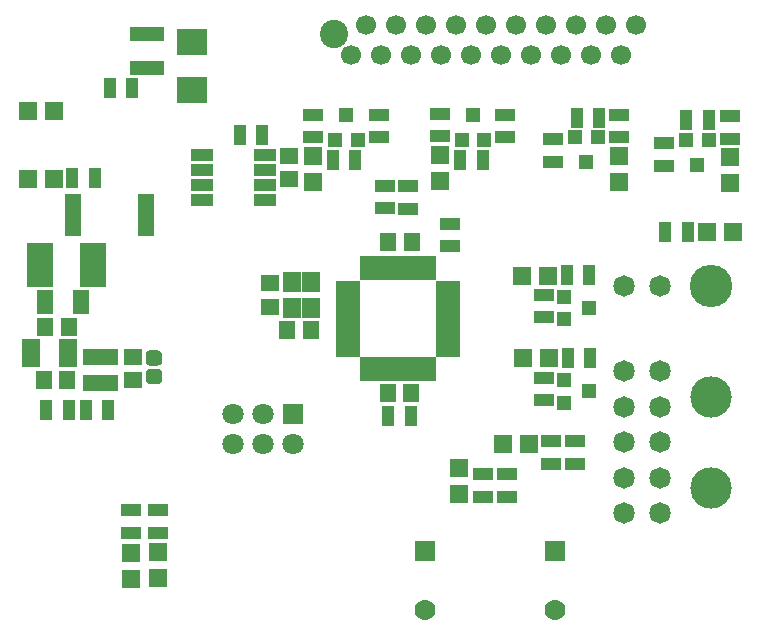
<source format=gts>
G04 #@! TF.GenerationSoftware,KiCad,Pcbnew,5.0.0-fee4fd1~66~ubuntu16.04.1*
G04 #@! TF.CreationDate,2019-04-14T05:53:46-04:00*
G04 #@! TF.ProjectId,AIR_Control_Board,4149525F436F6E74726F6C5F426F6172,rev?*
G04 #@! TF.SameCoordinates,Original*
G04 #@! TF.FileFunction,Soldermask,Top*
G04 #@! TF.FilePolarity,Negative*
%FSLAX46Y46*%
G04 Gerber Fmt 4.6, Leading zero omitted, Abs format (unit mm)*
G04 Created by KiCad (PCBNEW 5.0.0-fee4fd1~66~ubuntu16.04.1) date Sun Apr 14 05:53:46 2019*
%MOMM*%
%LPD*%
G01*
G04 APERTURE LIST*
%ADD10R,1.400000X3.600000*%
%ADD11R,1.400000X2.000000*%
%ADD12C,1.771600*%
%ADD13R,1.771600X1.771600*%
%ADD14R,1.700000X1.100000*%
%ADD15R,1.950000X1.000000*%
%ADD16R,1.600000X1.600000*%
%ADD17C,1.800000*%
%ADD18R,1.800000X1.800000*%
%ADD19R,1.400000X1.650000*%
%ADD20R,1.100000X1.700000*%
%ADD21R,1.300000X1.200000*%
%ADD22R,1.200000X1.300000*%
%ADD23R,2.559000X2.178000*%
%ADD24R,2.000000X0.950000*%
%ADD25R,0.950000X2.000000*%
%ADD26R,1.600000X1.800000*%
%ADD27R,1.650000X1.400000*%
%ADD28R,2.900000X1.300000*%
%ADD29C,3.500000*%
%ADD30C,1.820000*%
%ADD31C,3.600000*%
%ADD32C,1.700000*%
%ADD33C,2.400000*%
%ADD34C,0.100000*%
%ADD35C,1.275000*%
%ADD36R,1.600000X2.400000*%
%ADD37R,1.050000X1.460000*%
%ADD38R,2.300000X3.800000*%
G04 APERTURE END LIST*
D10*
G04 #@! TO.C,R30*
X129880000Y-100910000D03*
X136080000Y-100910000D03*
G04 #@! TD*
D11*
G04 #@! TO.C,C8*
X130540000Y-108260000D03*
X127540000Y-108260000D03*
G04 #@! TD*
D12*
G04 #@! TO.C,C1*
X170688000Y-134366000D03*
D13*
X170688000Y-129362200D03*
G04 #@! TD*
D12*
G04 #@! TO.C,C2*
X159689800Y-134315200D03*
D13*
X159689800Y-129311400D03*
G04 #@! TD*
D14*
G04 #@! TO.C,R33*
X158267400Y-98442700D03*
X158267400Y-100342700D03*
G04 #@! TD*
D15*
G04 #@! TO.C,U1*
X140777465Y-99635642D03*
X140777465Y-98365642D03*
X140777465Y-97095642D03*
X140777465Y-95825642D03*
X146177465Y-95825642D03*
X146177465Y-97095642D03*
X146177465Y-98365642D03*
X146177465Y-99635642D03*
G04 #@! TD*
D16*
G04 #@! TO.C,D1*
X166306500Y-120307100D03*
X168506500Y-120307100D03*
G04 #@! TD*
G04 #@! TO.C,D14*
X126044600Y-97840800D03*
X128244600Y-97840800D03*
G04 #@! TD*
D14*
G04 #@! TO.C,R13*
X179959000Y-96708000D03*
X179959000Y-94808000D03*
G04 #@! TD*
D17*
G04 #@! TO.C,J4*
X143408400Y-120243600D03*
X143408400Y-117703600D03*
X145948400Y-120243600D03*
X145948400Y-117703600D03*
X148488400Y-120243600D03*
D18*
X148488400Y-117703600D03*
G04 #@! TD*
D19*
G04 #@! TO.C,C4*
X158556200Y-103149400D03*
X156556200Y-103149400D03*
G04 #@! TD*
D20*
G04 #@! TO.C,R10*
X181803000Y-92837000D03*
X183703000Y-92837000D03*
G04 #@! TD*
G04 #@! TO.C,R15*
X181925000Y-102362000D03*
X180025000Y-102362000D03*
G04 #@! TD*
D14*
G04 #@! TO.C,R16*
X150177500Y-94292500D03*
X150177500Y-92392500D03*
G04 #@! TD*
G04 #@! TO.C,R14*
X170561000Y-96388000D03*
X170561000Y-94488000D03*
G04 #@! TD*
D21*
G04 #@! TO.C,Q2*
X173579500Y-108775500D03*
X171479500Y-109725500D03*
X171479500Y-107825500D03*
G04 #@! TD*
D20*
G04 #@! TO.C,R22*
X133009600Y-90170000D03*
X134909600Y-90170000D03*
G04 #@! TD*
D14*
G04 #@! TO.C,R29*
X137109200Y-127807800D03*
X137109200Y-125907800D03*
G04 #@! TD*
G04 #@! TO.C,R31*
X161848800Y-103515200D03*
X161848800Y-101615200D03*
G04 #@! TD*
D16*
G04 #@! TO.C,D3*
X167980000Y-113030000D03*
X170180000Y-113030000D03*
G04 #@! TD*
G04 #@! TO.C,D9*
X160972500Y-98044000D03*
X160972500Y-95844000D03*
G04 #@! TD*
D20*
G04 #@! TO.C,R23*
X156580800Y-117919500D03*
X158480800Y-117919500D03*
G04 #@! TD*
G04 #@! TO.C,R19*
X164589500Y-96266000D03*
X162689500Y-96266000D03*
G04 #@! TD*
D22*
G04 #@! TO.C,Q5*
X153035000Y-92422000D03*
X153985000Y-94522000D03*
X152085000Y-94522000D03*
G04 #@! TD*
D14*
G04 #@! TO.C,R21*
X166497000Y-94295000D03*
X166497000Y-92395000D03*
G04 #@! TD*
D20*
G04 #@! TO.C,R24*
X144033200Y-94132400D03*
X145933200Y-94132400D03*
G04 #@! TD*
D23*
G04 #@! TO.C,D10*
X140004800Y-86207600D03*
X140004800Y-90271600D03*
G04 #@! TD*
D16*
G04 #@! TO.C,D11*
X126120000Y-92100400D03*
X128320000Y-92100400D03*
G04 #@! TD*
D21*
G04 #@! TO.C,Q1*
X173579500Y-115824000D03*
X171479500Y-116774000D03*
X171479500Y-114874000D03*
G04 #@! TD*
D16*
G04 #@! TO.C,D12*
X134772400Y-131681400D03*
X134772400Y-129481400D03*
G04 #@! TD*
G04 #@! TO.C,D8*
X150241000Y-98085000D03*
X150241000Y-95885000D03*
G04 #@! TD*
D14*
G04 #@! TO.C,R34*
X156337000Y-98427500D03*
X156337000Y-100327500D03*
G04 #@! TD*
D20*
G04 #@! TO.C,R11*
X172532000Y-92710000D03*
X174432000Y-92710000D03*
G04 #@! TD*
D14*
G04 #@! TO.C,R6*
X166611300Y-124736900D03*
X166611300Y-122836900D03*
G04 #@! TD*
G04 #@! TO.C,R1*
X170345100Y-121942900D03*
X170345100Y-120042900D03*
G04 #@! TD*
G04 #@! TO.C,R7*
X169799000Y-109537500D03*
X169799000Y-107637500D03*
G04 #@! TD*
G04 #@! TO.C,R27*
X134772400Y-127807800D03*
X134772400Y-125907800D03*
G04 #@! TD*
D16*
G04 #@! TO.C,D5*
X176149000Y-98085000D03*
X176149000Y-95885000D03*
G04 #@! TD*
D14*
G04 #@! TO.C,R17*
X160972500Y-94229000D03*
X160972500Y-92329000D03*
G04 #@! TD*
D20*
G04 #@! TO.C,R18*
X153794500Y-96202500D03*
X151894500Y-96202500D03*
G04 #@! TD*
D24*
G04 #@! TO.C,IC1*
X161666500Y-106864500D03*
X161666500Y-107664500D03*
X161666500Y-108464500D03*
X161666500Y-109264500D03*
X161666500Y-110064500D03*
X161666500Y-110864500D03*
X161666500Y-111664500D03*
X161666500Y-112464500D03*
D25*
X160216500Y-113914500D03*
X159416500Y-113914500D03*
X158616500Y-113914500D03*
X157816500Y-113914500D03*
X157016500Y-113914500D03*
X156216500Y-113914500D03*
X155416500Y-113914500D03*
X154616500Y-113914500D03*
D24*
X153166500Y-112464500D03*
X153166500Y-111664500D03*
X153166500Y-110864500D03*
X153166500Y-110064500D03*
X153166500Y-109264500D03*
X153166500Y-108464500D03*
X153166500Y-107664500D03*
X153166500Y-106864500D03*
D25*
X154616500Y-105414500D03*
X155416500Y-105414500D03*
X156216500Y-105414500D03*
X157016500Y-105414500D03*
X157816500Y-105414500D03*
X158616500Y-105414500D03*
X159416500Y-105414500D03*
X160216500Y-105414500D03*
G04 #@! TD*
D16*
G04 #@! TO.C,D13*
X137058400Y-131663800D03*
X137058400Y-129463800D03*
G04 #@! TD*
G04 #@! TO.C,D6*
X167916500Y-106045000D03*
X170116500Y-106045000D03*
G04 #@! TD*
D22*
G04 #@! TO.C,Q3*
X182753000Y-96681000D03*
X181803000Y-94581000D03*
X183703000Y-94581000D03*
G04 #@! TD*
D26*
G04 #@! TO.C,Y1*
X148412400Y-108762800D03*
X148412400Y-106562800D03*
X150012400Y-106562800D03*
X150012400Y-108762800D03*
G04 #@! TD*
D20*
G04 #@! TO.C,R32*
X129844800Y-97790000D03*
X131744800Y-97790000D03*
G04 #@! TD*
D14*
G04 #@! TO.C,R20*
X155829000Y-94295000D03*
X155829000Y-92395000D03*
G04 #@! TD*
D22*
G04 #@! TO.C,Q6*
X163766500Y-92422000D03*
X164716500Y-94522000D03*
X162816500Y-94522000D03*
G04 #@! TD*
D19*
G04 #@! TO.C,C6*
X158543500Y-116001800D03*
X156543500Y-116001800D03*
G04 #@! TD*
D16*
G04 #@! TO.C,D4*
X185547000Y-98171000D03*
X185547000Y-95971000D03*
G04 #@! TD*
D14*
G04 #@! TO.C,R8*
X185547000Y-94422000D03*
X185547000Y-92522000D03*
G04 #@! TD*
D22*
G04 #@! TO.C,Q4*
X173355000Y-96427000D03*
X172405000Y-94327000D03*
X174305000Y-94327000D03*
G04 #@! TD*
D19*
G04 #@! TO.C,C11*
X148012400Y-110642400D03*
X150012400Y-110642400D03*
G04 #@! TD*
D27*
G04 #@! TO.C,C12*
X146608800Y-108661200D03*
X146608800Y-106661200D03*
G04 #@! TD*
D16*
G04 #@! TO.C,D2*
X162560000Y-124485400D03*
X162560000Y-122285400D03*
G04 #@! TD*
D28*
G04 #@! TO.C,F1*
X136194800Y-88470400D03*
X136194800Y-85570400D03*
G04 #@! TD*
D14*
G04 #@! TO.C,R2*
X172364400Y-121930200D03*
X172364400Y-120030200D03*
G04 #@! TD*
G04 #@! TO.C,R3*
X164579300Y-124734400D03*
X164579300Y-122834400D03*
G04 #@! TD*
D20*
G04 #@! TO.C,R12*
X171704000Y-105981500D03*
X173604000Y-105981500D03*
G04 #@! TD*
G04 #@! TO.C,R4*
X171770000Y-112966500D03*
X173670000Y-112966500D03*
G04 #@! TD*
D14*
G04 #@! TO.C,R5*
X169735500Y-116583500D03*
X169735500Y-114683500D03*
G04 #@! TD*
D29*
G04 #@! TO.C,J1*
X183896000Y-116292000D03*
D30*
X179576000Y-114132000D03*
X179576000Y-117132000D03*
D29*
X183896000Y-123992000D03*
D30*
X179576000Y-120132000D03*
X179576000Y-123152000D03*
X179576000Y-126152000D03*
X176576000Y-114132000D03*
X176576000Y-117132000D03*
X176576000Y-120132000D03*
X176576000Y-123152000D03*
X176576000Y-126152000D03*
G04 #@! TD*
G04 #@! TO.C,J3*
X176576000Y-106934000D03*
X179576000Y-106934000D03*
D31*
X183896000Y-106934000D03*
G04 #@! TD*
D27*
G04 #@! TO.C,C3*
X148209000Y-97859600D03*
X148209000Y-95859600D03*
G04 #@! TD*
D16*
G04 #@! TO.C,D7*
X185801000Y-102362000D03*
X183601000Y-102362000D03*
G04 #@! TD*
D14*
G04 #@! TO.C,R9*
X176149000Y-94295000D03*
X176149000Y-92395000D03*
G04 #@! TD*
D32*
G04 #@! TO.C,J2*
X158496000Y-87376000D03*
X155956000Y-87376000D03*
X153416000Y-87376000D03*
X161036000Y-87376000D03*
X154686000Y-84836000D03*
X157226000Y-84836000D03*
X159766000Y-84836000D03*
X162306000Y-84836000D03*
X163576000Y-87376000D03*
X164846000Y-84836000D03*
X166116000Y-87376000D03*
X167386000Y-84836000D03*
X168656000Y-87376000D03*
X169926000Y-84836000D03*
X171196000Y-87376000D03*
X172466000Y-84836000D03*
X173736000Y-87376000D03*
X175006000Y-84836000D03*
X176276000Y-87376000D03*
X177546000Y-84836000D03*
D33*
X152016000Y-85576000D03*
G04 #@! TD*
D34*
G04 #@! TO.C,C13*
G36*
X137127493Y-112359035D02*
X137158435Y-112363625D01*
X137188778Y-112371225D01*
X137218230Y-112381763D01*
X137246508Y-112395138D01*
X137273338Y-112411219D01*
X137298463Y-112429853D01*
X137321640Y-112450860D01*
X137342647Y-112474037D01*
X137361281Y-112499162D01*
X137377362Y-112525992D01*
X137390737Y-112554270D01*
X137401275Y-112583722D01*
X137408875Y-112614065D01*
X137413465Y-112645007D01*
X137415000Y-112676250D01*
X137415000Y-113313750D01*
X137413465Y-113344993D01*
X137408875Y-113375935D01*
X137401275Y-113406278D01*
X137390737Y-113435730D01*
X137377362Y-113464008D01*
X137361281Y-113490838D01*
X137342647Y-113515963D01*
X137321640Y-113539140D01*
X137298463Y-113560147D01*
X137273338Y-113578781D01*
X137246508Y-113594862D01*
X137218230Y-113608237D01*
X137188778Y-113618775D01*
X137158435Y-113626375D01*
X137127493Y-113630965D01*
X137096250Y-113632500D01*
X136383750Y-113632500D01*
X136352507Y-113630965D01*
X136321565Y-113626375D01*
X136291222Y-113618775D01*
X136261770Y-113608237D01*
X136233492Y-113594862D01*
X136206662Y-113578781D01*
X136181537Y-113560147D01*
X136158360Y-113539140D01*
X136137353Y-113515963D01*
X136118719Y-113490838D01*
X136102638Y-113464008D01*
X136089263Y-113435730D01*
X136078725Y-113406278D01*
X136071125Y-113375935D01*
X136066535Y-113344993D01*
X136065000Y-113313750D01*
X136065000Y-112676250D01*
X136066535Y-112645007D01*
X136071125Y-112614065D01*
X136078725Y-112583722D01*
X136089263Y-112554270D01*
X136102638Y-112525992D01*
X136118719Y-112499162D01*
X136137353Y-112474037D01*
X136158360Y-112450860D01*
X136181537Y-112429853D01*
X136206662Y-112411219D01*
X136233492Y-112395138D01*
X136261770Y-112381763D01*
X136291222Y-112371225D01*
X136321565Y-112363625D01*
X136352507Y-112359035D01*
X136383750Y-112357500D01*
X137096250Y-112357500D01*
X137127493Y-112359035D01*
X137127493Y-112359035D01*
G37*
D35*
X136740000Y-112995000D03*
D34*
G36*
X137127493Y-113934035D02*
X137158435Y-113938625D01*
X137188778Y-113946225D01*
X137218230Y-113956763D01*
X137246508Y-113970138D01*
X137273338Y-113986219D01*
X137298463Y-114004853D01*
X137321640Y-114025860D01*
X137342647Y-114049037D01*
X137361281Y-114074162D01*
X137377362Y-114100992D01*
X137390737Y-114129270D01*
X137401275Y-114158722D01*
X137408875Y-114189065D01*
X137413465Y-114220007D01*
X137415000Y-114251250D01*
X137415000Y-114888750D01*
X137413465Y-114919993D01*
X137408875Y-114950935D01*
X137401275Y-114981278D01*
X137390737Y-115010730D01*
X137377362Y-115039008D01*
X137361281Y-115065838D01*
X137342647Y-115090963D01*
X137321640Y-115114140D01*
X137298463Y-115135147D01*
X137273338Y-115153781D01*
X137246508Y-115169862D01*
X137218230Y-115183237D01*
X137188778Y-115193775D01*
X137158435Y-115201375D01*
X137127493Y-115205965D01*
X137096250Y-115207500D01*
X136383750Y-115207500D01*
X136352507Y-115205965D01*
X136321565Y-115201375D01*
X136291222Y-115193775D01*
X136261770Y-115183237D01*
X136233492Y-115169862D01*
X136206662Y-115153781D01*
X136181537Y-115135147D01*
X136158360Y-115114140D01*
X136137353Y-115090963D01*
X136118719Y-115065838D01*
X136102638Y-115039008D01*
X136089263Y-115010730D01*
X136078725Y-114981278D01*
X136071125Y-114950935D01*
X136066535Y-114919993D01*
X136065000Y-114888750D01*
X136065000Y-114251250D01*
X136066535Y-114220007D01*
X136071125Y-114189065D01*
X136078725Y-114158722D01*
X136089263Y-114129270D01*
X136102638Y-114100992D01*
X136118719Y-114074162D01*
X136137353Y-114049037D01*
X136158360Y-114025860D01*
X136181537Y-114004853D01*
X136206662Y-113986219D01*
X136233492Y-113970138D01*
X136261770Y-113956763D01*
X136291222Y-113946225D01*
X136321565Y-113938625D01*
X136352507Y-113934035D01*
X136383750Y-113932500D01*
X137096250Y-113932500D01*
X137127493Y-113934035D01*
X137127493Y-113934035D01*
G37*
D35*
X136740000Y-114570000D03*
G04 #@! TD*
D27*
G04 #@! TO.C,C5*
X135010000Y-112898000D03*
X135010000Y-114898000D03*
G04 #@! TD*
D19*
G04 #@! TO.C,C7*
X129422000Y-114898000D03*
X127422000Y-114898000D03*
G04 #@! TD*
G04 #@! TO.C,C10*
X129540000Y-110340000D03*
X127540000Y-110340000D03*
G04 #@! TD*
D20*
G04 #@! TO.C,R26*
X127620000Y-117390000D03*
X129520000Y-117390000D03*
G04 #@! TD*
G04 #@! TO.C,R28*
X132860000Y-117360000D03*
X130960000Y-117360000D03*
G04 #@! TD*
D36*
G04 #@! TO.C,L1*
X126298000Y-112612000D03*
X129498000Y-112612000D03*
G04 #@! TD*
D37*
G04 #@! TO.C,U2*
X131266000Y-115152000D03*
X132216000Y-115152000D03*
X133166000Y-115152000D03*
X133166000Y-112952000D03*
X131266000Y-112952000D03*
X132216000Y-112952000D03*
G04 #@! TD*
D38*
G04 #@! TO.C,C9*
X131620000Y-105150000D03*
X127120000Y-105150000D03*
G04 #@! TD*
M02*

</source>
